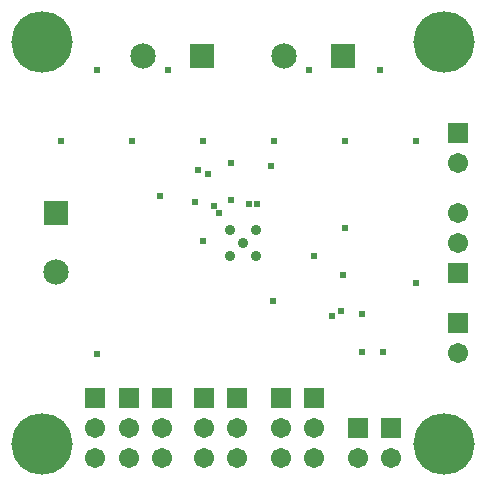
<source format=gbs>
G04*
G04 #@! TF.GenerationSoftware,Altium Limited,Altium Designer,21.7.2 (23)*
G04*
G04 Layer_Color=16711935*
%FSLAX25Y25*%
%MOIN*%
G70*
G04*
G04 #@! TF.SameCoordinates,D7E17CD3-6D55-4483-A905-566B995BA5DE*
G04*
G04*
G04 #@! TF.FilePolarity,Negative*
G04*
G01*
G75*
%ADD23C,0.06706*%
%ADD24R,0.06706X0.06706*%
%ADD25C,0.08477*%
%ADD26R,0.08477X0.08477*%
%ADD27R,0.08477X0.08477*%
%ADD28C,0.20485*%
%ADD29C,0.02375*%
%ADD30C,0.03556*%
D23*
X116929Y6929D02*
D03*
X127953D02*
D03*
X102362D02*
D03*
Y16929D02*
D03*
X91339Y6929D02*
D03*
Y16929D02*
D03*
X76772Y6929D02*
D03*
Y16929D02*
D03*
X65748Y6929D02*
D03*
Y16929D02*
D03*
X51575Y6929D02*
D03*
Y16929D02*
D03*
X40551Y6929D02*
D03*
Y16929D02*
D03*
X29528Y6929D02*
D03*
Y16929D02*
D03*
X150394Y88740D02*
D03*
Y78740D02*
D03*
X150394Y41969D02*
D03*
Y105354D02*
D03*
D24*
X116929Y16929D02*
D03*
X127953D02*
D03*
X102362Y26929D02*
D03*
X91339D02*
D03*
X76772D02*
D03*
X65748D02*
D03*
X51575D02*
D03*
X40551D02*
D03*
X29528D02*
D03*
X150394Y68740D02*
D03*
X150394Y51968D02*
D03*
Y115354D02*
D03*
D25*
X16535Y68899D02*
D03*
X92521Y140945D02*
D03*
X45276Y140945D02*
D03*
D26*
X16535Y88584D02*
D03*
D27*
X112206Y140945D02*
D03*
X64961Y140945D02*
D03*
D28*
X11811Y11811D02*
D03*
X145669Y145669D02*
D03*
X11811D02*
D03*
X145669Y11811D02*
D03*
D29*
X136221Y112599D02*
D03*
Y65354D02*
D03*
X124409Y136221D02*
D03*
X112599Y112599D02*
D03*
X100787Y136221D02*
D03*
X88976Y112599D02*
D03*
X65354D02*
D03*
X53543Y136221D02*
D03*
X41732Y112599D02*
D03*
X29921Y136221D02*
D03*
X18110Y112599D02*
D03*
X29921Y41732D02*
D03*
X125394Y42323D02*
D03*
X118504D02*
D03*
Y54921D02*
D03*
X108465Y54528D02*
D03*
X111417Y55905D02*
D03*
X88189Y104331D02*
D03*
X63779Y103150D02*
D03*
X51181Y94488D02*
D03*
X62598Y92520D02*
D03*
X88779Y59449D02*
D03*
X102362Y74410D02*
D03*
X112205Y68110D02*
D03*
X74803Y105512D02*
D03*
X68898Y90945D02*
D03*
X74803Y92913D02*
D03*
X65354Y79528D02*
D03*
X112598Y83858D02*
D03*
X66929Y101575D02*
D03*
X80709Y91732D02*
D03*
X83465D02*
D03*
X70866Y88583D02*
D03*
D30*
X83071Y83071D02*
D03*
Y74410D02*
D03*
X78740Y78740D02*
D03*
X74410Y83071D02*
D03*
Y74410D02*
D03*
M02*

</source>
